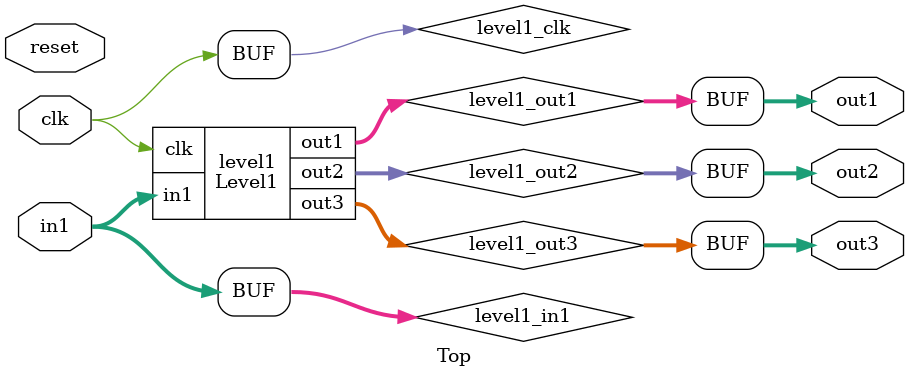
<source format=v>
module Level1(
  input         clk,
  input  [15:0] in1,
  output [15:0] out1,
  output [15:0] out2,
  output [15:0] out3
);
`ifdef RANDOMIZE_REG_INIT
  reg [31:0] _RAND_0;
`endif // RANDOMIZE_REG_INIT
  wire  level2_clk;
  wire [15:0] level2_in1;
  wire [15:0] level2_out2;
  wire [15:0] level2_out3;
  reg [15:0] reg1;
  Level2 level2 (
    .clk(level2_clk),
    .in1(level2_in1),
    .out2(level2_out2),
    .out3(level2_out3)
  );
  assign out1 = reg1;
  assign out2 = level2_out2;
  assign out3 = level2_out3;
  assign level2_clk = clk;
  assign level2_in1 = in1;
  always @(posedge clk) begin
    reg1 <= in1;
  end
// Register and memory initialization
`ifdef RANDOMIZE_GARBAGE_ASSIGN
`define RANDOMIZE
`endif
`ifdef RANDOMIZE_INVALID_ASSIGN
`define RANDOMIZE
`endif
`ifdef RANDOMIZE_REG_INIT
`define RANDOMIZE
`endif
`ifdef RANDOMIZE_MEM_INIT
`define RANDOMIZE
`endif
`ifndef RANDOM
`define RANDOM $random
`endif
`ifdef RANDOMIZE_MEM_INIT
  integer initvar;
`endif
`ifndef SYNTHESIS
`ifdef FIRRTL_BEFORE_INITIAL
`FIRRTL_BEFORE_INITIAL
`endif
initial begin
  `ifdef RANDOMIZE
    `ifdef INIT_RANDOM
      `INIT_RANDOM
    `endif
    `ifndef VERILATOR
      `ifdef RANDOMIZE_DELAY
        #`RANDOMIZE_DELAY begin end
      `else
        #0.002 begin end
      `endif
    `endif
`ifdef RANDOMIZE_REG_INIT
  _RAND_0 = {1{`RANDOM}};
  reg1 = _RAND_0[15:0];
`endif // RANDOMIZE_REG_INIT
  `endif // RANDOMIZE
end // initial
`ifdef FIRRTL_AFTER_INITIAL
`FIRRTL_AFTER_INITIAL
`endif
`endif // SYNTHESIS
endmodule
module Level2(
  input         clk,
  input  [15:0] in1,
  output [15:0] out2,
  output [15:0] out3
);
`ifdef RANDOMIZE_REG_INIT
  reg [31:0] _RAND_0;
`endif // RANDOMIZE_REG_INIT
  wire [15:0] level3_in1;
  wire [15:0] level3_out3;
  reg [15:0] reg2;
  Level3 level3 (
    .in1(level3_in1),
    .out3(level3_out3)
  );
  assign out2 = reg2;
  assign out3 = level3_out3;
  assign level3_in1 = in1;
  always @(posedge clk) begin
    reg2 <= in1;
  end
// Register and memory initialization
`ifdef RANDOMIZE_GARBAGE_ASSIGN
`define RANDOMIZE
`endif
`ifdef RANDOMIZE_INVALID_ASSIGN
`define RANDOMIZE
`endif
`ifdef RANDOMIZE_REG_INIT
`define RANDOMIZE
`endif
`ifdef RANDOMIZE_MEM_INIT
`define RANDOMIZE
`endif
`ifndef RANDOM
`define RANDOM $random
`endif
`ifdef RANDOMIZE_MEM_INIT
  integer initvar;
`endif
`ifndef SYNTHESIS
`ifdef FIRRTL_BEFORE_INITIAL
`FIRRTL_BEFORE_INITIAL
`endif
initial begin
  `ifdef RANDOMIZE
    `ifdef INIT_RANDOM
      `INIT_RANDOM
    `endif
    `ifndef VERILATOR
      `ifdef RANDOMIZE_DELAY
        #`RANDOMIZE_DELAY begin end
      `else
        #0.002 begin end
      `endif
    `endif
`ifdef RANDOMIZE_REG_INIT
  _RAND_0 = {1{`RANDOM}};
  reg2 = _RAND_0[15:0];
`endif // RANDOMIZE_REG_INIT
  `endif // RANDOMIZE
end // initial
`ifdef FIRRTL_AFTER_INITIAL
`FIRRTL_AFTER_INITIAL
`endif
`endif // SYNTHESIS
endmodule
module Level3(
  input  [15:0] in1,
  output [15:0] out3
);
  assign out3 = in1;
endmodule
module Top(
  input         clk,
  input         reset,
  input  [15:0] in1,
  output [15:0] out1,
  output [15:0] out2,
  output [15:0] out3
);
  wire  level1_clk;
  wire [15:0] level1_in1;
  wire [15:0] level1_out1;
  wire [15:0] level1_out2;
  wire [15:0] level1_out3;
  Level1 level1 (
    .clk(level1_clk),
    .in1(level1_in1),
    .out1(level1_out1),
    .out2(level1_out2),
    .out3(level1_out3)
  );
  assign out1 = level1_out1;
  assign out2 = level1_out2;
  assign out3 = level1_out3;
  assign level1_clk = clk;
  assign level1_in1 = in1;
endmodule

</source>
